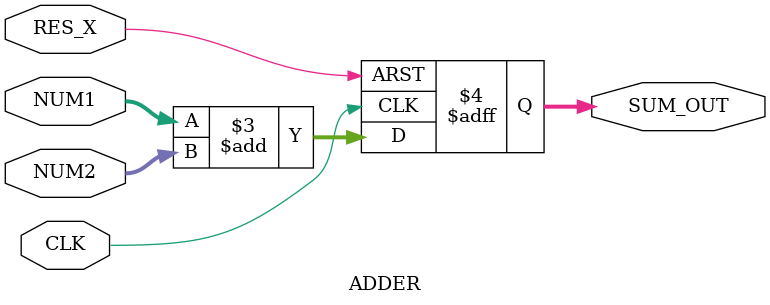
<source format=v>
module ADDER
(

	input wire [1:0] NUM1,
	input wire [1:0] NUM2,

	input wire CLK,
	input wire RES_X,

	output reg [1:0] SUM_OUT
);

always @( posedge CLK  or negedge RES_X ) begin

	if ( !RES_X ) begin
		SUM_OUT <= 2'b0;
	end
	else begin
		SUM_OUT <= NUM1 + NUM2;
	end
end

endmodule



</source>
